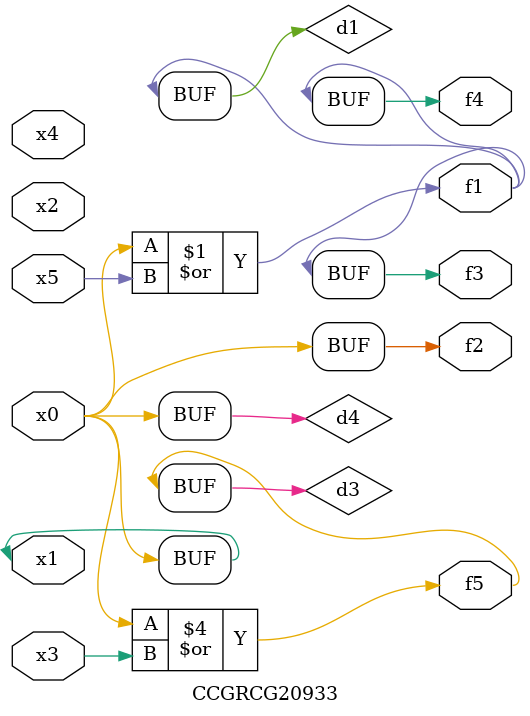
<source format=v>
module CCGRCG20933(
	input x0, x1, x2, x3, x4, x5,
	output f1, f2, f3, f4, f5
);

	wire d1, d2, d3, d4;

	or (d1, x0, x5);
	xnor (d2, x1, x4);
	or (d3, x0, x3);
	buf (d4, x0, x1);
	assign f1 = d1;
	assign f2 = d4;
	assign f3 = d1;
	assign f4 = d1;
	assign f5 = d3;
endmodule

</source>
